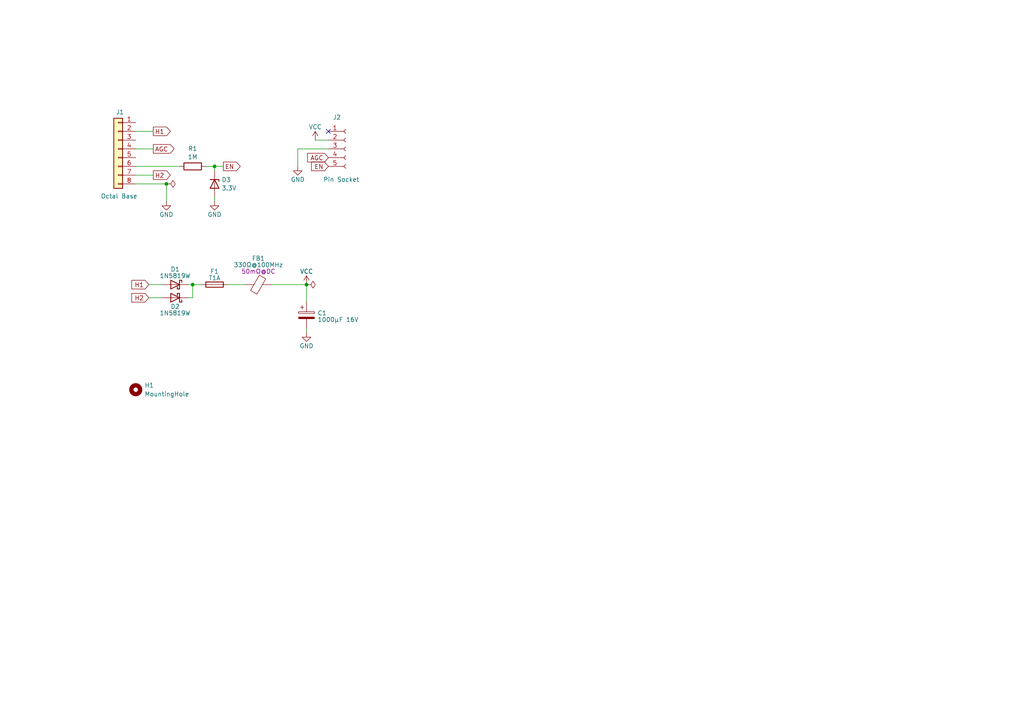
<source format=kicad_sch>
(kicad_sch (version 20231120) (generator "eeschema") (generator_version "8.0")
  (paper "A4")
  (title_block (title "Adaptor octal socket") (date "2025-01-06") (rev "2-A") (company "Martin Wagner DL2WAG") (comment 1 "Based on Retronics 6U5"))
  (lib_symbols
    (symbol "Connector:Conn_01x05_Socket" (pin_names (offset 1.016) hide)
      (property "Reference" "J" (at 0 7.62 0))
      (property "Value" "Conn_01x05_Socket" (at 0 -7.62 0))
      (symbol "Conn_01x05_Socket_1_1"
        (arc (start 0 -4.572) (mid -0.5058 -5.08) (end 0 -5.588) (stroke (width 0.1524)))
        (arc (start 0 -2.032) (mid -0.5058 -2.54) (end 0 -3.048) (stroke (width 0.1524)))
        (polyline (pts (xy -1.27 -5.08) (xy -0.508 -5.08)) (stroke (width 0.1524)))
        (polyline (pts (xy -1.27 -2.54) (xy -0.508 -2.54)) (stroke (width 0.1524)))
        (polyline (pts (xy -1.27 0) (xy -0.508 0)) (stroke (width 0.1524)))
        (polyline (pts (xy -1.27 2.54) (xy -0.508 2.54)) (stroke (width 0.1524)))
        (polyline (pts (xy -1.27 5.08) (xy -0.508 5.08)) (stroke (width 0.1524)))
        (arc (start 0 0.508) (mid -0.5058 0) (end 0 -0.508) (stroke (width 0.1524)))
        (arc (start 0 3.048) (mid -0.5058 2.54) (end 0 2.032) (stroke (width 0.1524)))
        (arc (start 0 5.588) (mid -0.5058 5.08) (end 0 4.572) (stroke (width 0.1524)))
        (pin passive line (at -5.08 5.08 0) (length 3.81) (name "Pin_1") (number "1"))
        (pin passive line (at -5.08 2.54 0) (length 3.81) (name "Pin_2") (number "2"))
        (pin passive line (at -5.08 0 0) (length 3.81) (name "Pin_3") (number "3"))
        (pin passive line (at -5.08 -2.54 0) (length 3.81) (name "Pin_4") (number "4"))
        (pin passive line (at -5.08 -5.08 0) (length 3.81) (name "Pin_5") (number "5"))
      )
    )
    (symbol "Connector_Generic:Conn_01x08" (pin_names (offset 1.016) hide)
      (property "Reference" "J" (at 0 10.16 0))
      (property "Value" "Conn_01x08" (at 0 -12.7 0))
      (symbol "Conn_01x08_1_1"
        (rectangle (start -1.27 -10.033) (end 0 -10.287) (stroke (width 0.1524)))
        (rectangle (start -1.27 -7.493) (end 0 -7.747) (stroke (width 0.1524)))
        (rectangle (start -1.27 -4.953) (end 0 -5.207) (stroke (width 0.1524)))
        (rectangle (start -1.27 -2.413) (end 0 -2.667) (stroke (width 0.1524)))
        (rectangle (start -1.27 0.127) (end 0 -0.127) (stroke (width 0.1524)))
        (rectangle (start -1.27 2.667) (end 0 2.413) (stroke (width 0.1524)))
        (rectangle (start -1.27 5.207) (end 0 4.953) (stroke (width 0.1524)))
        (rectangle (start -1.27 7.747) (end 0 7.493) (stroke (width 0.1524)))
        (rectangle (start -1.27 8.89) (end 1.27 -11.43) (stroke (width 0.254)) (fill (type background)))
        (pin passive line (at -5.08 7.62 0) (length 3.81) (name "Pin_1") (number "1"))
        (pin passive line (at -5.08 5.08 0) (length 3.81) (name "Pin_2") (number "2"))
        (pin passive line (at -5.08 2.54 0) (length 3.81) (name "Pin_3") (number "3"))
        (pin passive line (at -5.08 0 0) (length 3.81) (name "Pin_4") (number "4"))
        (pin passive line (at -5.08 -2.54 0) (length 3.81) (name "Pin_5") (number "5"))
        (pin passive line (at -5.08 -5.08 0) (length 3.81) (name "Pin_6") (number "6"))
        (pin passive line (at -5.08 -7.62 0) (length 3.81) (name "Pin_7") (number "7"))
        (pin passive line (at -5.08 -10.16 0) (length 3.81) (name "Pin_8") (number "8"))
      )
    )
    (symbol "Device:C_Polarized" (pin_numbers hide) (pin_names (offset 0.254))
      (property "Reference" "C" (at 0.635 2.54 0))
      (property "Value" "C_Polarized" (at 0.635 -2.54 0))
      (symbol "C_Polarized_0_1"
        (rectangle (start -2.286 0.508) (end 2.286 1.016))
        (polyline (pts (xy -1.778 2.286) (xy -0.762 2.286)))
        (polyline (pts (xy -1.27 2.794) (xy -1.27 1.778)))
        (rectangle (start 2.286 -0.508) (end -2.286 -1.016) (fill (type outline)))
      )
      (symbol "C_Polarized_1_1"
        (pin passive line (at 0 3.81 270) (length 2.794) (name "~") (number "1"))
        (pin passive line (at 0 -3.81 90) (length 2.794) (name "~") (number "2"))
      )
    )
    (symbol "Device:D_Zener" (pin_numbers hide) (pin_names (offset 1.016) hide)
      (property "Reference" "D" (at 0 2.54 0))
      (property "Value" "D_Zener" (at 0 -2.54 0))
      (symbol "D_Zener_0_1"
        (polyline (pts (xy 1.27 0) (xy -1.27 0)))
        (polyline (pts (xy -1.27 -1.27) (xy -1.27 1.27) (xy -0.762 1.27)) (stroke (width 0.254)))
        (polyline (pts (xy 1.27 -1.27) (xy 1.27 1.27) (xy -1.27 0) (xy 1.27 -1.27)) (stroke (width 0.254)))
      )
      (symbol "D_Zener_1_1"
        (pin passive line (at -3.81 0 0) (length 2.54) (name "K") (number "1"))
        (pin passive line (at 3.81 0 180) (length 2.54) (name "A") (number "2"))
      )
    )
    (symbol "Device:FerriteBead" (pin_numbers hide) (pin_names (offset 0))
      (property "Reference" "FB" (at -3.81 0.635 90))
      (property "Value" "FerriteBead" (at 3.81 0 90))
      (symbol "FerriteBead_0_1"
        (polyline (pts (xy 0 -1.27) (xy 0 -1.2192)))
        (polyline (pts (xy 0 1.27) (xy 0 1.2954)))
        (polyline (pts (xy -2.7686 0.4064) (xy -1.7018 2.2606) (xy 2.7686 -0.3048) (xy 1.6764 -2.159) (xy -2.7686 0.4064)))
      )
      (symbol "FerriteBead_1_1"
        (pin passive line (at 0 3.81 270) (length 2.54) (name "~") (number "1"))
        (pin passive line (at 0 -3.81 90) (length 2.54) (name "~") (number "2"))
      )
    )
    (symbol "Device:Fuse" (pin_numbers hide) (pin_names (offset 0))
      (property "Reference" "F" (at 2.032 0 90))
      (property "Value" "Fuse" (at -1.905 0 90))
      (symbol "Fuse_0_1"
        (rectangle (start -0.762 -2.54) (end 0.762 2.54) (stroke (width 0.254)))
        (polyline (pts (xy 0 2.54) (xy 0 -2.54)))
      )
      (symbol "Fuse_1_1"
        (pin passive line (at 0 3.81 270) (length 1.27) (name "~") (number "1"))
        (pin passive line (at 0 -3.81 90) (length 1.27) (name "~") (number "2"))
      )
    )
    (symbol "Device:R" (pin_numbers hide) (pin_names (offset 0))
      (property "Reference" "R" (at 2.032 0 90))
      (property "Value" "R" (at 0 0 90))
      (symbol "R_0_1"
        (rectangle (start -1.016 -2.54) (end 1.016 2.54) (stroke (width 0.254)))
      )
      (symbol "R_1_1"
        (pin passive line (at 0 3.81 270) (length 1.27) (name "~") (number "1"))
        (pin passive line (at 0 -3.81 90) (length 1.27) (name "~") (number "2"))
      )
    )
    (symbol "Diode:1N5819WS" (pin_numbers hide) (pin_names (offset 1.016) hide)
      (property "Reference" "D" (at 0 2.54 0))
      (property "Value" "1N5819WS" (at 0 -2.54 0))
      (symbol "1N5819WS_0_1"
        (polyline (pts (xy 1.27 0) (xy -1.27 0)))
        (polyline (pts (xy 1.27 1.27) (xy 1.27 -1.27) (xy -1.27 0) (xy 1.27 1.27)) (stroke (width 0.254)))
        (polyline (pts (xy -1.905 0.635) (xy -1.905 1.27) (xy -1.27 1.27) (xy -1.27 -1.27) (xy -0.635 -1.27) (xy -0.635 -0.635)) (stroke (width 0.254)))
      )
      (symbol "1N5819WS_1_1"
        (pin passive line (at -3.81 0 0) (length 2.54) (name "K") (number "1"))
        (pin passive line (at 3.81 0 180) (length 2.54) (name "A") (number "2"))
      )
    )
    (symbol "GND_1" (power) (pin_numbers hide) (pin_names (offset 0) hide)
      (property "Value" "GND" (at 0 -3.81 0))
      (symbol "GND_1_0_1"
        (polyline (pts (xy 0 0) (xy 0 -1.27) (xy 1.27 -1.27) (xy 0 -2.54) (xy -1.27 -1.27) (xy 0 -1.27)))
      )
      (symbol "GND_1_1_1"
        (pin power_in line (at 0 0 270) (length 0) (name "~") (number "1"))
      )
    )
    (symbol "Mechanical:MountingHole" (pin_names (offset 1.016)) (exclude_from_sim yes) (in_bom no)
      (property "Reference" "H" (at 0 5.08 0))
      (property "Value" "MountingHole" (at 0 3.175 0))
      (symbol "MountingHole_0_1"
        (circle (center 0 0) (radius 1.27) (stroke (width 1.27)))
      )
    )
    (symbol "VCC_1" (power) (pin_numbers hide) (pin_names (offset 0) hide)
      (property "Value" "VCC" (at 0 3.556 0))
      (symbol "VCC_1_0_1"
        (polyline (pts (xy -0.762 1.27) (xy 0 2.54)))
        (polyline (pts (xy 0 0) (xy 0 2.54)))
        (polyline (pts (xy 0 2.54) (xy 0.762 1.27)))
      )
      (symbol "VCC_1_1_1"
        (pin power_in line (at 0 0 90) (length 0) (name "~") (number "1"))
      )
    )
    (symbol "power:PWR_FLAG" (power) (pin_numbers hide) (pin_names (offset 0) hide)
      (property "Value" "PWR_FLAG" (at 0 3.81 0))
      (symbol "PWR_FLAG_0_0"
        (pin power_out line (at 0 0 90) (length 0) (name "~") (number "1"))
      )
      (symbol "PWR_FLAG_0_1"
        (polyline (pts (xy 0 0) (xy 0 1.27) (xy -1.016 1.905) (xy 0 2.54) (xy 1.016 1.905) (xy 0 1.27)))
      )
    )
    (symbol "power:VCC" (power) (pin_numbers hide) (pin_names (offset 0) hide)
      (property "Value" "VCC" (at 0 3.556 0))
      (symbol "VCC_0_1"
        (polyline (pts (xy -0.762 1.27) (xy 0 2.54)))
        (polyline (pts (xy 0 0) (xy 0 2.54)))
        (polyline (pts (xy 0 2.54) (xy 0.762 1.27)))
      )
      (symbol "VCC_1_1"
        (pin power_in line (at 0 0 90) (length 0) (name "~") (number "1"))
      )
    )
  )
  (junction (at 48.26 53.34))
  (junction (at 88.9 82.55))
  (junction (at 55.88 82.55))
  (junction (at 62.23 48.26))
  (no_connect (at 95.25 38.1))
  (wire (pts (xy 54.61 86.36) (xy 55.88 86.36)))
  (wire (pts (xy 39.37 43.18) (xy 44.45 43.18)))
  (wire (pts (xy 43.18 82.55) (xy 46.99 82.55)))
  (wire (pts (xy 66.04 82.55) (xy 71.12 82.55)))
  (wire (pts (xy 59.69 48.26) (xy 62.23 48.26)))
  (wire (pts (xy 78.74 82.55) (xy 88.9 82.55)))
  (wire (pts (xy 39.37 53.34) (xy 48.26 53.34)))
  (wire (pts (xy 55.88 82.55) (xy 58.42 82.55)))
  (wire (pts (xy 62.23 48.26) (xy 64.77 48.26)))
  (wire (pts (xy 55.88 82.55) (xy 55.88 86.36)))
  (wire (pts (xy 88.9 95.25) (xy 88.9 96.52)))
  (wire (pts (xy 39.37 48.26) (xy 52.07 48.26)))
  (wire (pts (xy 39.37 50.8) (xy 44.45 50.8)))
  (wire (pts (xy 54.61 82.55) (xy 55.88 82.55)))
  (wire (pts (xy 88.9 82.55) (xy 88.9 87.63)))
  (wire (pts (xy 86.36 43.18) (xy 86.36 48.26)))
  (wire (pts (xy 39.37 38.1) (xy 44.45 38.1)))
  (wire (pts (xy 86.36 43.18) (xy 95.25 43.18)))
  (wire (pts (xy 62.23 48.26) (xy 62.23 49.53)))
  (wire (pts (xy 91.44 40.64) (xy 95.25 40.64)))
  (wire (pts (xy 62.23 57.15) (xy 62.23 58.42)))
  (wire (pts (xy 48.26 53.34) (xy 48.26 58.42)))
  (wire (pts (xy 43.18 86.36) (xy 46.99 86.36)))
  (global_label "H1" (shape output) (at 44.45 38.1 0) (property "Intersheetrefs" "${INTERSHEET_REFS}" (effects (hide yes))))
  (global_label "EN" (shape output) (at 64.77 48.26 0) (property "Intersheetrefs" "${INTERSHEET_REFS}" (effects (hide yes))))
  (global_label "AGC" (shape input) (at 95.25 45.72 180) (property "Intersheetrefs" "${INTERSHEET_REFS}" (effects (hide yes))))
  (global_label "H2" (shape output) (at 44.45 50.8 0) (property "Intersheetrefs" "${INTERSHEET_REFS}" (effects (hide yes))))
  (global_label "AGC" (shape output) (at 44.45 43.18 0) (property "Intersheetrefs" "${INTERSHEET_REFS}" (effects (hide yes))))
  (global_label "EN" (shape input) (at 95.25 48.26 180) (property "Intersheetrefs" "${INTERSHEET_REFS}" (effects (hide yes))))
  (global_label "H1" (shape input) (at 43.18 82.55 180) (property "Intersheetrefs" "${INTERSHEET_REFS}" (effects (hide yes))))
  (global_label "H2" (shape input) (at 43.18 86.36 180) (property "Intersheetrefs" "${INTERSHEET_REFS}" (effects (hide yes))))
  (symbol (lib_id "Device:Fuse") (at 62.23 82.55 90) (unit 1)
    (property "Reference" "F1" (at 62.23 78.74 90))
    (property "Value" "T1A" (at 62.23 80.645 90))
    (property "Footprint" "Retronics_Passives:Fuse_1206_3216Metric" (effects (hide yes)))
  )
  (symbol (lib_id "power:PWR_FLAG") (at 88.9 82.55 270) (unit 1)
    (property "Reference" "#FLG02" (effects (hide yes)))
    (property "Value" "PWR_FLAG" (effects (hide yes)))
  )
  (symbol (lib_id "power:VCC") (at 88.9 82.55 0) (unit 1)
    (property "Reference" "#PWR04" (effects (hide yes)))
    (property "Value" "VCC" (at 88.9 78.74 0))
    (property "Description" "Power symbol creates a global label with name \"VCC\"" (effects (hide yes)))
  )
  (symbol (lib_id "Mechanical:MountingHole") (at 39.37 113.03 0) (unit 1) (exclude_from_sim yes) (in_bom no)
    (property "Reference" "H1" (at 41.91 111.7599 0) (effects (justify left)))
    (property "Value" "MountingHole" (at 41.91 114.2999 0) (effects (justify left)))
    (property "Footprint" "MountingHole:MountingHole_2.7mm_M2.5" (effects (hide yes)))
    (property "Description" "Mounting Hole without connection" (effects (hide yes)))
  )
  (symbol (lib_id "Device:C_Polarized") (at 88.9 91.44 0) (unit 1)
    (property "Reference" "C1" (at 92.075 90.805 0) (effects (justify left)))
    (property "Value" "1000µF 16V" (at 92.075 92.71 0) (effects (justify left)))
    (property "Footprint" "Retronics_Passives:CP_Radial_D8.0mm_P3.50mm_H21mm" (effects (hide yes)))
  )
  (symbol (lib_id "power:PWR_FLAG") (at 48.26 53.34 270) (unit 1)
    (property "Reference" "#FLG01" (effects (hide yes)))
    (property "Value" "PWR_FLAG" (effects (hide yes)))
    (property "Description" "Special symbol for telling ERC where power comes from" (effects (hide yes)))
  )
  (symbol (lib_name "GND_1") (lib_id "power:GND") (at 62.23 58.42 0) (unit 1)
    (property "Reference" "#PWR0101" (effects (hide yes)))
    (property "Value" "GND" (at 62.23 62.23 0))
    (property "Description" "Power symbol creates a global label with name \"GND\" , ground" (effects (hide yes)))
  )
  (symbol (lib_name "GND_1") (lib_id "power:GND") (at 48.26 58.42 0) (unit 1)
    (property "Reference" "#PWR02" (effects (hide yes)))
    (property "Value" "GND" (at 48.26 62.23 0))
    (property "Description" "Power symbol creates a global label with name \"GND\" , ground" (effects (hide yes)))
  )
  (symbol (lib_id "Diode:1N5819WS") (at 50.8 86.36 180) (unit 1)
    (property "Reference" "D2" (at 50.8 88.9 0))
    (property "Value" "1N5819W" (at 50.8 90.805 0))
    (property "Footprint" "Retronics_Discrete:D_SOD-323_HandSoldering" (effects (hide yes)))
    (property "Datasheet" "https://datasheet.lcsc.com/lcsc/2204281430_Guangdong-Hottech-1N5819WS_C191023.pdf" (effects (hide yes)))
  )
  (symbol (lib_id "Connector:Conn_01x05_Socket") (at 100.33 43.18 0) (unit 1)
    (property "Reference" "J2" (at 96.52 34.036 0) (effects (justify left)))
    (property "Value" "Pin Socket" (at 93.726 52.07 0) (effects (justify left)))
    (property "Footprint" "PinSocket_1x05_P2.54mm_Vertical" (effects (hide yes)))
    (property "Description" "Generic connector, single row, 01x05, script generated" (effects (hide yes)))
  )
  (symbol (lib_name "GND_1") (lib_id "power:GND") (at 86.36 48.26 0) (unit 1)
    (property "Reference" "#PWR03" (effects (hide yes)))
    (property "Value" "GND" (at 86.36 52.07 0))
    (property "Description" "Power symbol creates a global label with name \"GND\" , ground" (effects (hide yes)))
  )
  (symbol (lib_name "GND_1") (lib_id "power:GND") (at 88.9 96.52 0) (unit 1)
    (property "Reference" "#PWR05" (effects (hide yes)))
    (property "Value" "GND" (at 88.9 100.33 0))
    (property "Description" "Power symbol creates a global label with name \"GND\" , ground" (effects (hide yes)))
  )
  (symbol (lib_id "Device:R") (at 55.88 48.26 90) (unit 1)
    (property "Reference" "R1" (at 55.88 43.0995 90))
    (property "Value" "1M" (at 55.88 45.5238 90))
    (property "Footprint" "Resistor_SMD:R_1206_3216Metric_Pad1.30x1.75mm_HandSolder" (effects (hide yes)))
    (property "Description" "Resistor" (effects (hide yes)))
  )
  (symbol (lib_id "Device:D_Zener") (at 62.23 53.34 270) (unit 1)
    (property "Reference" "D3" (at 64.262 52.1278 90) (effects (justify left)))
    (property "Value" "3.3V" (at 64.262 54.5521 90) (effects (justify left)))
    (property "Footprint" "Diode_SMD:D_0603_1608Metric_Pad1.05x0.95mm_HandSolder" (effects (hide yes)))
    (property "Description" "Zener diode" (effects (hide yes)))
  )
  (symbol (lib_id "Device:FerriteBead") (at 74.93 82.55 90) (unit 1)
    (property "Reference" "FB1" (at 74.93 74.93 90))
    (property "Value" "330Ω@100MHz" (at 74.93 76.835 90))
    (property "Footprint" "Retronics_Passives:L_0805_2012Metric_Pad1.15x1.40mm_HandSolder" (effects (hide yes)))
    (property "Comments" "50mΩ@DC" (at 74.93 78.74 90))
  )
  (symbol (lib_name "VCC_1") (lib_id "power:VCC") (at 91.44 40.64 0) (unit 1)
    (property "Reference" "#PWR01" (effects (hide yes)))
    (property "Value" "VCC" (at 91.44 36.83 0))
    (property "Description" "Power symbol creates a global label with name \"VCC\"" (effects (hide yes)))
  )
  (symbol (lib_id "Diode:1N5819WS") (at 50.8 82.55 0) (mirror y) (unit 1)
    (property "Reference" "D1" (at 50.8 78.105 0))
    (property "Value" "1N5819W" (at 50.8 80.01 0))
    (property "Footprint" "Retronics_Discrete:D_SOD-323_HandSoldering" (effects (hide yes)))
    (property "Datasheet" "https://datasheet.lcsc.com/lcsc/2204281430_Guangdong-Hottech-1N5819WS_C191023.pdf" (effects (hide yes)))
  )
  (symbol (lib_id "Connector_Generic:Conn_01x08") (at 34.29 43.18 0) (mirror y) (unit 1)
    (property "Reference" "J1" (at 34.798 32.512 0))
    (property "Value" "Octal Base" (at 34.544 56.896 0))
    (property "Footprint" "Valve:Valve_Octal" (effects (hide yes)))
    (property "Description" "Generic connector, single row, 01x08, script generated (kicad-library-utils/schlib/autogen/connector/)" (effects (hide yes)))
  )
)
</source>
